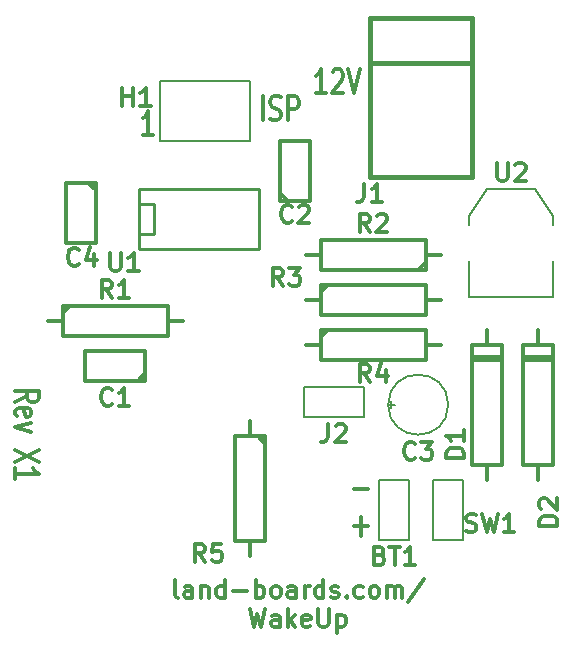
<source format=gto>
G04 (created by PCBNEW (2013-07-07 BZR 4022)-stable) date 11/10/2014 7:57:12 PM*
%MOIN*%
G04 Gerber Fmt 3.4, Leading zero omitted, Abs format*
%FSLAX34Y34*%
G01*
G70*
G90*
G04 APERTURE LIST*
%ADD10C,0.00590551*%
%ADD11C,0.012*%
%ADD12C,0.008*%
%ADD13C,0.01*%
%ADD14C,0.015*%
%ADD15C,0.006*%
%ADD16C,0.005*%
%ADD17C,0.0075*%
G04 APERTURE END LIST*
G54D10*
G54D11*
X14928Y-5023D02*
X14585Y-5023D01*
X14757Y-5023D02*
X14757Y-4223D01*
X14699Y-4338D01*
X14642Y-4414D01*
X14585Y-4452D01*
X15157Y-4300D02*
X15185Y-4261D01*
X15242Y-4223D01*
X15385Y-4223D01*
X15442Y-4261D01*
X15471Y-4300D01*
X15500Y-4376D01*
X15500Y-4452D01*
X15471Y-4566D01*
X15128Y-5023D01*
X15500Y-5023D01*
X15671Y-4223D02*
X15871Y-5023D01*
X16071Y-4223D01*
X15871Y-18219D02*
X16328Y-18219D01*
X15871Y-19459D02*
X16328Y-19459D01*
X16100Y-19763D02*
X16100Y-19154D01*
X4576Y-15299D02*
X4957Y-15099D01*
X4576Y-14957D02*
X5376Y-14957D01*
X5376Y-15185D01*
X5338Y-15242D01*
X5300Y-15271D01*
X5223Y-15299D01*
X5109Y-15299D01*
X5033Y-15271D01*
X4995Y-15242D01*
X4957Y-15185D01*
X4957Y-14957D01*
X4614Y-15785D02*
X4576Y-15728D01*
X4576Y-15614D01*
X4614Y-15557D01*
X4690Y-15528D01*
X4995Y-15528D01*
X5071Y-15557D01*
X5109Y-15614D01*
X5109Y-15728D01*
X5071Y-15785D01*
X4995Y-15814D01*
X4919Y-15814D01*
X4842Y-15528D01*
X5109Y-16014D02*
X4576Y-16157D01*
X5109Y-16300D01*
X5376Y-16928D02*
X4576Y-17328D01*
X5376Y-17328D02*
X4576Y-16928D01*
X4576Y-17871D02*
X4576Y-17528D01*
X4576Y-17700D02*
X5376Y-17700D01*
X5261Y-17642D01*
X5185Y-17585D01*
X5147Y-17528D01*
X12814Y-5923D02*
X12814Y-5123D01*
X13071Y-5885D02*
X13157Y-5923D01*
X13300Y-5923D01*
X13357Y-5885D01*
X13385Y-5847D01*
X13414Y-5771D01*
X13414Y-5695D01*
X13385Y-5619D01*
X13357Y-5580D01*
X13300Y-5542D01*
X13185Y-5504D01*
X13128Y-5466D01*
X13100Y-5428D01*
X13071Y-5352D01*
X13071Y-5276D01*
X13100Y-5200D01*
X13128Y-5161D01*
X13185Y-5123D01*
X13328Y-5123D01*
X13414Y-5161D01*
X13671Y-5923D02*
X13671Y-5123D01*
X13900Y-5123D01*
X13957Y-5161D01*
X13985Y-5200D01*
X14014Y-5276D01*
X14014Y-5390D01*
X13985Y-5466D01*
X13957Y-5504D01*
X13900Y-5542D01*
X13671Y-5542D01*
X9171Y-6423D02*
X8828Y-6423D01*
X9000Y-6423D02*
X9000Y-5623D01*
X8942Y-5738D01*
X8885Y-5814D01*
X8828Y-5852D01*
X9985Y-21842D02*
X9928Y-21814D01*
X9900Y-21757D01*
X9900Y-21242D01*
X10471Y-21842D02*
X10471Y-21528D01*
X10442Y-21471D01*
X10385Y-21442D01*
X10271Y-21442D01*
X10214Y-21471D01*
X10471Y-21814D02*
X10414Y-21842D01*
X10271Y-21842D01*
X10214Y-21814D01*
X10185Y-21757D01*
X10185Y-21700D01*
X10214Y-21642D01*
X10271Y-21614D01*
X10414Y-21614D01*
X10471Y-21585D01*
X10757Y-21442D02*
X10757Y-21842D01*
X10757Y-21500D02*
X10785Y-21471D01*
X10842Y-21442D01*
X10928Y-21442D01*
X10985Y-21471D01*
X11014Y-21528D01*
X11014Y-21842D01*
X11557Y-21842D02*
X11557Y-21242D01*
X11557Y-21814D02*
X11500Y-21842D01*
X11385Y-21842D01*
X11328Y-21814D01*
X11300Y-21785D01*
X11271Y-21728D01*
X11271Y-21557D01*
X11300Y-21500D01*
X11328Y-21471D01*
X11385Y-21442D01*
X11500Y-21442D01*
X11557Y-21471D01*
X11842Y-21614D02*
X12300Y-21614D01*
X12585Y-21842D02*
X12585Y-21242D01*
X12585Y-21471D02*
X12642Y-21442D01*
X12757Y-21442D01*
X12814Y-21471D01*
X12842Y-21500D01*
X12871Y-21557D01*
X12871Y-21728D01*
X12842Y-21785D01*
X12814Y-21814D01*
X12757Y-21842D01*
X12642Y-21842D01*
X12585Y-21814D01*
X13214Y-21842D02*
X13157Y-21814D01*
X13128Y-21785D01*
X13100Y-21728D01*
X13100Y-21557D01*
X13128Y-21500D01*
X13157Y-21471D01*
X13214Y-21442D01*
X13300Y-21442D01*
X13357Y-21471D01*
X13385Y-21500D01*
X13414Y-21557D01*
X13414Y-21728D01*
X13385Y-21785D01*
X13357Y-21814D01*
X13300Y-21842D01*
X13214Y-21842D01*
X13928Y-21842D02*
X13928Y-21528D01*
X13900Y-21471D01*
X13842Y-21442D01*
X13728Y-21442D01*
X13671Y-21471D01*
X13928Y-21814D02*
X13871Y-21842D01*
X13728Y-21842D01*
X13671Y-21814D01*
X13642Y-21757D01*
X13642Y-21700D01*
X13671Y-21642D01*
X13728Y-21614D01*
X13871Y-21614D01*
X13928Y-21585D01*
X14214Y-21842D02*
X14214Y-21442D01*
X14214Y-21557D02*
X14242Y-21500D01*
X14271Y-21471D01*
X14328Y-21442D01*
X14385Y-21442D01*
X14842Y-21842D02*
X14842Y-21242D01*
X14842Y-21814D02*
X14785Y-21842D01*
X14671Y-21842D01*
X14614Y-21814D01*
X14585Y-21785D01*
X14557Y-21728D01*
X14557Y-21557D01*
X14585Y-21500D01*
X14614Y-21471D01*
X14671Y-21442D01*
X14785Y-21442D01*
X14842Y-21471D01*
X15100Y-21814D02*
X15157Y-21842D01*
X15271Y-21842D01*
X15328Y-21814D01*
X15357Y-21757D01*
X15357Y-21728D01*
X15328Y-21671D01*
X15271Y-21642D01*
X15185Y-21642D01*
X15128Y-21614D01*
X15100Y-21557D01*
X15100Y-21528D01*
X15128Y-21471D01*
X15185Y-21442D01*
X15271Y-21442D01*
X15328Y-21471D01*
X15614Y-21785D02*
X15642Y-21814D01*
X15614Y-21842D01*
X15585Y-21814D01*
X15614Y-21785D01*
X15614Y-21842D01*
X16157Y-21814D02*
X16100Y-21842D01*
X15985Y-21842D01*
X15928Y-21814D01*
X15900Y-21785D01*
X15871Y-21728D01*
X15871Y-21557D01*
X15900Y-21500D01*
X15928Y-21471D01*
X15985Y-21442D01*
X16100Y-21442D01*
X16157Y-21471D01*
X16500Y-21842D02*
X16442Y-21814D01*
X16414Y-21785D01*
X16385Y-21728D01*
X16385Y-21557D01*
X16414Y-21500D01*
X16442Y-21471D01*
X16500Y-21442D01*
X16585Y-21442D01*
X16642Y-21471D01*
X16671Y-21500D01*
X16700Y-21557D01*
X16700Y-21728D01*
X16671Y-21785D01*
X16642Y-21814D01*
X16585Y-21842D01*
X16500Y-21842D01*
X16957Y-21842D02*
X16957Y-21442D01*
X16957Y-21500D02*
X16985Y-21471D01*
X17042Y-21442D01*
X17128Y-21442D01*
X17185Y-21471D01*
X17214Y-21528D01*
X17214Y-21842D01*
X17214Y-21528D02*
X17242Y-21471D01*
X17300Y-21442D01*
X17385Y-21442D01*
X17442Y-21471D01*
X17471Y-21528D01*
X17471Y-21842D01*
X18185Y-21214D02*
X17671Y-21985D01*
X12385Y-22202D02*
X12528Y-22802D01*
X12642Y-22374D01*
X12757Y-22802D01*
X12900Y-22202D01*
X13385Y-22802D02*
X13385Y-22488D01*
X13357Y-22431D01*
X13300Y-22402D01*
X13185Y-22402D01*
X13128Y-22431D01*
X13385Y-22774D02*
X13328Y-22802D01*
X13185Y-22802D01*
X13128Y-22774D01*
X13100Y-22717D01*
X13100Y-22660D01*
X13128Y-22602D01*
X13185Y-22574D01*
X13328Y-22574D01*
X13385Y-22545D01*
X13671Y-22802D02*
X13671Y-22202D01*
X13728Y-22574D02*
X13900Y-22802D01*
X13900Y-22402D02*
X13671Y-22631D01*
X14385Y-22774D02*
X14328Y-22802D01*
X14214Y-22802D01*
X14157Y-22774D01*
X14128Y-22717D01*
X14128Y-22488D01*
X14157Y-22431D01*
X14214Y-22402D01*
X14328Y-22402D01*
X14385Y-22431D01*
X14414Y-22488D01*
X14414Y-22545D01*
X14128Y-22602D01*
X14671Y-22202D02*
X14671Y-22688D01*
X14700Y-22745D01*
X14728Y-22774D01*
X14785Y-22802D01*
X14900Y-22802D01*
X14957Y-22774D01*
X14985Y-22745D01*
X15014Y-22688D01*
X15014Y-22202D01*
X15300Y-22402D02*
X15300Y-23002D01*
X15300Y-22431D02*
X15357Y-22402D01*
X15471Y-22402D01*
X15528Y-22431D01*
X15557Y-22460D01*
X15585Y-22517D01*
X15585Y-22688D01*
X15557Y-22745D01*
X15528Y-22774D01*
X15471Y-22802D01*
X15357Y-22802D01*
X15300Y-22774D01*
G54D12*
X19700Y-10600D02*
X19700Y-11800D01*
X19700Y-11800D02*
X22500Y-11800D01*
X22500Y-11800D02*
X22500Y-10600D01*
X19700Y-9400D02*
X19700Y-9100D01*
X19700Y-9100D02*
X20300Y-8200D01*
X20300Y-8200D02*
X21900Y-8200D01*
X21900Y-8200D02*
X22500Y-9100D01*
X22500Y-9100D02*
X22500Y-9400D01*
G54D13*
X8700Y-8700D02*
X9200Y-8700D01*
X9200Y-8700D02*
X9200Y-9700D01*
X9200Y-9700D02*
X8700Y-9700D01*
X8700Y-8200D02*
X12700Y-8200D01*
X12700Y-8200D02*
X12700Y-10200D01*
X12700Y-10200D02*
X8700Y-10200D01*
X8700Y-10200D02*
X8700Y-8200D01*
G54D11*
X8880Y-14600D02*
X6900Y-14600D01*
X6900Y-14600D02*
X6900Y-13600D01*
X6900Y-13600D02*
X8900Y-13600D01*
X8900Y-13600D02*
X8900Y-14600D01*
X8900Y-14350D02*
X8650Y-14600D01*
X13400Y-8580D02*
X13400Y-6600D01*
X13400Y-6600D02*
X14400Y-6600D01*
X14400Y-6600D02*
X14400Y-8600D01*
X14400Y-8600D02*
X13400Y-8600D01*
X13650Y-8600D02*
X13400Y-8350D01*
X7250Y-8020D02*
X7250Y-10000D01*
X7250Y-10000D02*
X6250Y-10000D01*
X6250Y-10000D02*
X6250Y-8000D01*
X6250Y-8000D02*
X7250Y-8000D01*
X7000Y-8000D02*
X7250Y-8250D01*
G54D14*
X19800Y-2800D02*
X19800Y-2500D01*
X19800Y-2500D02*
X16400Y-2500D01*
X16400Y-2500D02*
X16400Y-2800D01*
X19800Y-4000D02*
X16400Y-4000D01*
X19800Y-7800D02*
X16400Y-7800D01*
X16400Y-2800D02*
X16400Y-7800D01*
X19800Y-2800D02*
X19800Y-7800D01*
G54D11*
X18250Y-10900D02*
X18250Y-9900D01*
X18250Y-9900D02*
X14750Y-9900D01*
X14750Y-9900D02*
X14750Y-10900D01*
X14750Y-10900D02*
X18250Y-10900D01*
X18250Y-10650D02*
X18000Y-10900D01*
X18250Y-10400D02*
X18750Y-10400D01*
X14750Y-10400D02*
X14250Y-10400D01*
X14750Y-11400D02*
X14750Y-12400D01*
X14750Y-12400D02*
X18250Y-12400D01*
X18250Y-12400D02*
X18250Y-11400D01*
X18250Y-11400D02*
X14750Y-11400D01*
X14750Y-11650D02*
X15000Y-11400D01*
X14750Y-11900D02*
X14250Y-11900D01*
X18250Y-11900D02*
X18750Y-11900D01*
X14750Y-12900D02*
X14750Y-13900D01*
X14750Y-13900D02*
X18250Y-13900D01*
X18250Y-13900D02*
X18250Y-12900D01*
X18250Y-12900D02*
X14750Y-12900D01*
X14750Y-13150D02*
X15000Y-12900D01*
X14750Y-13400D02*
X14250Y-13400D01*
X18250Y-13400D02*
X18750Y-13400D01*
G54D15*
X17700Y-19900D02*
X16700Y-19900D01*
X16700Y-19900D02*
X16700Y-17900D01*
X16700Y-17900D02*
X17700Y-17900D01*
X17700Y-17900D02*
X17700Y-19900D01*
X19500Y-19900D02*
X18500Y-19900D01*
X18500Y-19900D02*
X18500Y-17900D01*
X18500Y-17900D02*
X19500Y-17900D01*
X19500Y-17900D02*
X19500Y-19900D01*
X14200Y-15800D02*
X14200Y-14800D01*
X14200Y-14800D02*
X16200Y-14800D01*
X16200Y-14800D02*
X16200Y-15800D01*
X16200Y-15800D02*
X14200Y-15800D01*
G54D11*
X22000Y-12900D02*
X22000Y-13400D01*
X22000Y-13400D02*
X21500Y-13400D01*
X21500Y-13400D02*
X21500Y-17400D01*
X21500Y-17400D02*
X22000Y-17400D01*
X22000Y-17400D02*
X22000Y-17900D01*
X22000Y-17400D02*
X22500Y-17400D01*
X22500Y-17400D02*
X22500Y-13400D01*
X22500Y-13400D02*
X22000Y-13400D01*
X21500Y-13900D02*
X22500Y-13900D01*
X21500Y-13800D02*
X22500Y-13800D01*
X20300Y-12900D02*
X20300Y-13400D01*
X20300Y-13400D02*
X19800Y-13400D01*
X19800Y-13400D02*
X19800Y-17400D01*
X19800Y-17400D02*
X20300Y-17400D01*
X20300Y-17400D02*
X20300Y-17900D01*
X20300Y-17400D02*
X20800Y-17400D01*
X20800Y-17400D02*
X20800Y-13400D01*
X20800Y-13400D02*
X20300Y-13400D01*
X19800Y-13900D02*
X20800Y-13900D01*
X19800Y-13800D02*
X20800Y-13800D01*
G54D12*
X12400Y-6600D02*
X9400Y-6600D01*
X9400Y-4600D02*
X12400Y-4600D01*
X12400Y-4600D02*
X12400Y-6600D01*
X9400Y-6600D02*
X9400Y-4600D01*
G54D16*
X19001Y-15400D02*
G75*
G03X19001Y-15400I-1001J0D01*
G74*
G01*
G54D11*
X6150Y-12100D02*
X6150Y-13100D01*
X6150Y-13100D02*
X9650Y-13100D01*
X9650Y-13100D02*
X9650Y-12100D01*
X9650Y-12100D02*
X6150Y-12100D01*
X6150Y-12350D02*
X6400Y-12100D01*
X6150Y-12600D02*
X5650Y-12600D01*
X9650Y-12600D02*
X10150Y-12600D01*
X12900Y-16450D02*
X11900Y-16450D01*
X11900Y-16450D02*
X11900Y-19950D01*
X11900Y-19950D02*
X12900Y-19950D01*
X12900Y-19950D02*
X12900Y-16450D01*
X12650Y-16450D02*
X12900Y-16700D01*
X12400Y-16450D02*
X12400Y-15950D01*
X12400Y-19950D02*
X12400Y-20450D01*
X20642Y-7342D02*
X20642Y-7828D01*
X20671Y-7885D01*
X20700Y-7914D01*
X20757Y-7942D01*
X20871Y-7942D01*
X20928Y-7914D01*
X20957Y-7885D01*
X20985Y-7828D01*
X20985Y-7342D01*
X21242Y-7400D02*
X21271Y-7371D01*
X21328Y-7342D01*
X21471Y-7342D01*
X21528Y-7371D01*
X21557Y-7400D01*
X21585Y-7457D01*
X21585Y-7514D01*
X21557Y-7600D01*
X21214Y-7942D01*
X21585Y-7942D01*
X7742Y-10342D02*
X7742Y-10828D01*
X7771Y-10885D01*
X7800Y-10914D01*
X7857Y-10942D01*
X7971Y-10942D01*
X8028Y-10914D01*
X8057Y-10885D01*
X8085Y-10828D01*
X8085Y-10342D01*
X8685Y-10942D02*
X8342Y-10942D01*
X8514Y-10942D02*
X8514Y-10342D01*
X8457Y-10428D01*
X8400Y-10485D01*
X8342Y-10514D01*
X7800Y-15385D02*
X7771Y-15414D01*
X7685Y-15442D01*
X7628Y-15442D01*
X7542Y-15414D01*
X7485Y-15357D01*
X7457Y-15300D01*
X7428Y-15185D01*
X7428Y-15100D01*
X7457Y-14985D01*
X7485Y-14928D01*
X7542Y-14871D01*
X7628Y-14842D01*
X7685Y-14842D01*
X7771Y-14871D01*
X7800Y-14900D01*
X8371Y-15442D02*
X8028Y-15442D01*
X8200Y-15442D02*
X8200Y-14842D01*
X8142Y-14928D01*
X8085Y-14985D01*
X8028Y-15014D01*
X13800Y-9285D02*
X13771Y-9314D01*
X13685Y-9342D01*
X13628Y-9342D01*
X13542Y-9314D01*
X13485Y-9257D01*
X13457Y-9200D01*
X13428Y-9085D01*
X13428Y-9000D01*
X13457Y-8885D01*
X13485Y-8828D01*
X13542Y-8771D01*
X13628Y-8742D01*
X13685Y-8742D01*
X13771Y-8771D01*
X13800Y-8800D01*
X14028Y-8800D02*
X14057Y-8771D01*
X14114Y-8742D01*
X14257Y-8742D01*
X14314Y-8771D01*
X14342Y-8800D01*
X14371Y-8857D01*
X14371Y-8914D01*
X14342Y-9000D01*
X14000Y-9342D01*
X14371Y-9342D01*
X6691Y-10717D02*
X6662Y-10745D01*
X6577Y-10774D01*
X6519Y-10774D01*
X6434Y-10745D01*
X6377Y-10688D01*
X6348Y-10631D01*
X6319Y-10517D01*
X6319Y-10431D01*
X6348Y-10317D01*
X6377Y-10260D01*
X6434Y-10202D01*
X6519Y-10174D01*
X6577Y-10174D01*
X6662Y-10202D01*
X6691Y-10231D01*
X7205Y-10374D02*
X7205Y-10774D01*
X7062Y-10145D02*
X6919Y-10574D01*
X7291Y-10574D01*
X16200Y-8042D02*
X16200Y-8471D01*
X16171Y-8557D01*
X16114Y-8614D01*
X16028Y-8642D01*
X15971Y-8642D01*
X16800Y-8642D02*
X16457Y-8642D01*
X16628Y-8642D02*
X16628Y-8042D01*
X16571Y-8128D01*
X16514Y-8185D01*
X16457Y-8214D01*
X16400Y-9642D02*
X16200Y-9357D01*
X16057Y-9642D02*
X16057Y-9042D01*
X16285Y-9042D01*
X16342Y-9071D01*
X16371Y-9100D01*
X16400Y-9157D01*
X16400Y-9242D01*
X16371Y-9300D01*
X16342Y-9328D01*
X16285Y-9357D01*
X16057Y-9357D01*
X16628Y-9100D02*
X16657Y-9071D01*
X16714Y-9042D01*
X16857Y-9042D01*
X16914Y-9071D01*
X16942Y-9100D01*
X16971Y-9157D01*
X16971Y-9214D01*
X16942Y-9300D01*
X16600Y-9642D01*
X16971Y-9642D01*
X13500Y-11442D02*
X13300Y-11157D01*
X13157Y-11442D02*
X13157Y-10842D01*
X13385Y-10842D01*
X13442Y-10871D01*
X13471Y-10900D01*
X13500Y-10957D01*
X13500Y-11042D01*
X13471Y-11100D01*
X13442Y-11128D01*
X13385Y-11157D01*
X13157Y-11157D01*
X13700Y-10842D02*
X14071Y-10842D01*
X13871Y-11071D01*
X13957Y-11071D01*
X14014Y-11100D01*
X14042Y-11128D01*
X14071Y-11185D01*
X14071Y-11328D01*
X14042Y-11385D01*
X14014Y-11414D01*
X13957Y-11442D01*
X13785Y-11442D01*
X13728Y-11414D01*
X13700Y-11385D01*
X16400Y-14642D02*
X16200Y-14357D01*
X16057Y-14642D02*
X16057Y-14042D01*
X16285Y-14042D01*
X16342Y-14071D01*
X16371Y-14100D01*
X16400Y-14157D01*
X16400Y-14242D01*
X16371Y-14300D01*
X16342Y-14328D01*
X16285Y-14357D01*
X16057Y-14357D01*
X16914Y-14242D02*
X16914Y-14642D01*
X16771Y-14014D02*
X16628Y-14442D01*
X17000Y-14442D01*
X16728Y-20428D02*
X16814Y-20457D01*
X16842Y-20485D01*
X16871Y-20542D01*
X16871Y-20628D01*
X16842Y-20685D01*
X16814Y-20714D01*
X16757Y-20742D01*
X16528Y-20742D01*
X16528Y-20142D01*
X16728Y-20142D01*
X16785Y-20171D01*
X16814Y-20200D01*
X16842Y-20257D01*
X16842Y-20314D01*
X16814Y-20371D01*
X16785Y-20400D01*
X16728Y-20428D01*
X16528Y-20428D01*
X17042Y-20142D02*
X17385Y-20142D01*
X17214Y-20742D02*
X17214Y-20142D01*
X17900Y-20742D02*
X17557Y-20742D01*
X17728Y-20742D02*
X17728Y-20142D01*
X17671Y-20228D01*
X17614Y-20285D01*
X17557Y-20314D01*
X19600Y-19614D02*
X19685Y-19642D01*
X19828Y-19642D01*
X19885Y-19614D01*
X19914Y-19585D01*
X19942Y-19528D01*
X19942Y-19471D01*
X19914Y-19414D01*
X19885Y-19385D01*
X19828Y-19357D01*
X19714Y-19328D01*
X19657Y-19300D01*
X19628Y-19271D01*
X19600Y-19214D01*
X19600Y-19157D01*
X19628Y-19100D01*
X19657Y-19071D01*
X19714Y-19042D01*
X19857Y-19042D01*
X19942Y-19071D01*
X20142Y-19042D02*
X20285Y-19642D01*
X20400Y-19214D01*
X20514Y-19642D01*
X20657Y-19042D01*
X21200Y-19642D02*
X20857Y-19642D01*
X21028Y-19642D02*
X21028Y-19042D01*
X20971Y-19128D01*
X20914Y-19185D01*
X20857Y-19214D01*
X15000Y-16042D02*
X15000Y-16471D01*
X14971Y-16557D01*
X14914Y-16614D01*
X14828Y-16642D01*
X14771Y-16642D01*
X15257Y-16100D02*
X15285Y-16071D01*
X15342Y-16042D01*
X15485Y-16042D01*
X15542Y-16071D01*
X15571Y-16100D01*
X15600Y-16157D01*
X15600Y-16214D01*
X15571Y-16300D01*
X15228Y-16642D01*
X15600Y-16642D01*
X22642Y-19442D02*
X22042Y-19442D01*
X22042Y-19300D01*
X22071Y-19214D01*
X22128Y-19157D01*
X22185Y-19128D01*
X22300Y-19100D01*
X22385Y-19100D01*
X22500Y-19128D01*
X22557Y-19157D01*
X22614Y-19214D01*
X22642Y-19300D01*
X22642Y-19442D01*
X22100Y-18871D02*
X22071Y-18842D01*
X22042Y-18785D01*
X22042Y-18642D01*
X22071Y-18585D01*
X22100Y-18557D01*
X22157Y-18528D01*
X22214Y-18528D01*
X22300Y-18557D01*
X22642Y-18900D01*
X22642Y-18528D01*
X19534Y-17175D02*
X18934Y-17175D01*
X18934Y-17032D01*
X18962Y-16946D01*
X19019Y-16889D01*
X19077Y-16860D01*
X19191Y-16832D01*
X19277Y-16832D01*
X19391Y-16860D01*
X19448Y-16889D01*
X19505Y-16946D01*
X19534Y-17032D01*
X19534Y-17175D01*
X19534Y-16260D02*
X19534Y-16603D01*
X19534Y-16432D02*
X18934Y-16432D01*
X19019Y-16489D01*
X19077Y-16546D01*
X19105Y-16603D01*
X8142Y-5442D02*
X8142Y-4842D01*
X8142Y-5128D02*
X8485Y-5128D01*
X8485Y-5442D02*
X8485Y-4842D01*
X9085Y-5442D02*
X8742Y-5442D01*
X8914Y-5442D02*
X8914Y-4842D01*
X8857Y-4928D01*
X8800Y-4985D01*
X8742Y-5014D01*
X17900Y-17185D02*
X17871Y-17214D01*
X17785Y-17242D01*
X17728Y-17242D01*
X17642Y-17214D01*
X17585Y-17157D01*
X17557Y-17100D01*
X17528Y-16985D01*
X17528Y-16900D01*
X17557Y-16785D01*
X17585Y-16728D01*
X17642Y-16671D01*
X17728Y-16642D01*
X17785Y-16642D01*
X17871Y-16671D01*
X17900Y-16700D01*
X18100Y-16642D02*
X18471Y-16642D01*
X18271Y-16871D01*
X18357Y-16871D01*
X18414Y-16900D01*
X18442Y-16928D01*
X18471Y-16985D01*
X18471Y-17128D01*
X18442Y-17185D01*
X18414Y-17214D01*
X18357Y-17242D01*
X18185Y-17242D01*
X18128Y-17214D01*
X18100Y-17185D01*
G54D17*
X16985Y-15407D02*
X17214Y-15407D01*
X17100Y-15521D02*
X17100Y-15292D01*
G54D12*
G54D11*
X7800Y-11842D02*
X7600Y-11557D01*
X7457Y-11842D02*
X7457Y-11242D01*
X7685Y-11242D01*
X7742Y-11271D01*
X7771Y-11300D01*
X7800Y-11357D01*
X7800Y-11442D01*
X7771Y-11500D01*
X7742Y-11528D01*
X7685Y-11557D01*
X7457Y-11557D01*
X8371Y-11842D02*
X8028Y-11842D01*
X8200Y-11842D02*
X8200Y-11242D01*
X8142Y-11328D01*
X8085Y-11385D01*
X8028Y-11414D01*
X10900Y-20642D02*
X10700Y-20357D01*
X10557Y-20642D02*
X10557Y-20042D01*
X10785Y-20042D01*
X10842Y-20071D01*
X10871Y-20100D01*
X10900Y-20157D01*
X10900Y-20242D01*
X10871Y-20300D01*
X10842Y-20328D01*
X10785Y-20357D01*
X10557Y-20357D01*
X11442Y-20042D02*
X11157Y-20042D01*
X11128Y-20328D01*
X11157Y-20300D01*
X11214Y-20271D01*
X11357Y-20271D01*
X11414Y-20300D01*
X11442Y-20328D01*
X11471Y-20385D01*
X11471Y-20528D01*
X11442Y-20585D01*
X11414Y-20614D01*
X11357Y-20642D01*
X11214Y-20642D01*
X11157Y-20614D01*
X11128Y-20585D01*
M02*

</source>
